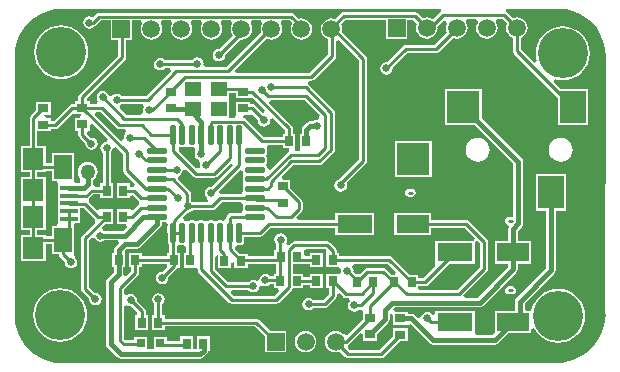
<source format=gtl>
%FSDAX24Y24*%
%MOIN*%
%SFA1B1*%

%IPPOS*%
%AMD19*
4,1,8,-0.005400,-0.034400,0.005400,-0.034400,0.010800,-0.029000,0.010800,0.029000,0.005400,0.034400,-0.005400,0.034400,-0.010800,0.029000,-0.010800,-0.029000,-0.005400,-0.034400,0.0*
1,1,0.010800,-0.005400,-0.029000*
1,1,0.010800,0.005400,-0.029000*
1,1,0.010800,0.005400,0.029000*
1,1,0.010800,-0.005400,0.029000*
%
%AMD20*
4,1,8,0.034400,-0.005400,0.034400,0.005400,0.029000,0.010800,-0.029000,0.010800,-0.034400,0.005400,-0.034400,-0.005400,-0.029000,-0.010800,0.029000,-0.010800,0.034400,-0.005400,0.0*
1,1,0.010800,0.029000,-0.005400*
1,1,0.010800,0.029000,0.005400*
1,1,0.010800,-0.029000,0.005400*
1,1,0.010800,-0.029000,-0.005400*
%
%ADD10R,0.035400X0.031500*%
%ADD11R,0.063900X0.082800*%
%ADD12R,0.063200X0.015700*%
%ADD13R,0.070900X0.074800*%
%ADD14R,0.110000X0.110000*%
%ADD15R,0.087000X0.110000*%
%ADD16R,0.118100X0.063000*%
%ADD17R,0.110200X0.063000*%
%ADD18R,0.031500X0.035400*%
G04~CAMADD=19~8~0.0~0.0~217.0~689.0~54.0~0.0~15~0.0~0.0~0.0~0.0~0~0.0~0.0~0.0~0.0~0~0.0~0.0~0.0~180.0~216.0~688.0*
%ADD19D19*%
G04~CAMADD=20~8~0.0~0.0~217.0~689.0~54.0~0.0~15~0.0~0.0~0.0~0.0~0~0.0~0.0~0.0~0.0~0~0.0~0.0~0.0~270.0~688.0~216.0*
%ADD20D20*%
%ADD21R,0.055100X0.047200*%
%ADD22R,0.027600X0.035400*%
%ADD23R,0.031500X0.031500*%
%ADD24C,0.010000*%
%ADD25C,0.015000*%
%ADD26C,0.166900*%
%ADD27C,0.059100*%
%ADD28R,0.059100X0.059100*%
%ADD29C,0.025000*%
%ADD30C,0.050000*%
%LNuda-1*%
%LPD*%
G36*
X007587Y006388D02*
D01*
X007596Y006344*
X007615Y006285*
X007596Y006226*
X007587Y006182*
Y006073*
X007596Y006029*
X007615Y005970*
X007596Y005911*
X007587Y005867*
Y005758*
X007593Y005730*
X007565Y005673*
X007532Y005630*
X006848*
X006843Y005629*
X006826Y005637*
X006792Y005734*
X007487Y006430*
X007587Y006388*
G37*
G36*
X007565Y005322D02*
X007593Y005265D01*
X007587Y005237*
Y005128*
X007593Y005100*
X007565Y005043*
X007532Y005000*
X007212*
X007162Y004990*
X007119Y004961*
X007064Y004906*
X007035Y004863*
X007025Y004813*
Y004808*
X006982Y004775*
X006925Y004747*
X006897Y004753*
X006788*
X006744Y004744*
X006685Y004725*
X006626Y004744*
X006582Y004753*
X006473*
X006429Y004744*
X006370Y004725*
X006311Y004744*
X006267Y004753*
X006158*
X006114Y004744*
X006076Y004719*
X006034*
X005996Y004744*
X005952Y004753*
X005843*
X005799Y004744*
X005761Y004719*
X005719*
X005681Y004744*
X005637Y004753*
X005632*
X005590Y004853*
X005752Y005015*
X005770Y005011*
X005850Y005027*
X005918Y005072*
X005928Y005087*
X006570*
X006621Y005098*
X006664Y005126*
X006902Y005365*
X007532*
X007565Y005322*
G37*
G36*
X002013Y008288D02*
D01*
X002206*
X002216Y008272*
X002163Y008172*
X002013*
Y007737*
X002117*
Y007610*
X002128Y007559*
X002156Y007516*
X002345Y007328*
X002341Y007310*
X002357Y007230*
X002402Y007162*
X002470Y007117*
X002550Y007101*
X002630Y007117*
X002698Y007162*
X002743Y007230*
X002759Y007310*
X002743Y007390*
X002698Y007458*
X002630Y007503*
X002550Y007519*
X002532Y007515*
X002411Y007637*
X002450Y007737*
X002487*
Y007950*
X002580Y007989*
X003102Y007466*
X003054Y007373*
X002974Y007358*
X002907Y007312*
X002861Y007244*
X002845Y007164*
X002861Y007084*
X002907Y007017*
X002922Y007006*
Y005987*
X002837*
Y005883*
X002679*
X002598Y005970*
Y006091*
X002655Y006135*
X002708Y006204*
X002742Y006284*
X002753Y006370*
X002742Y006456*
X002708Y006536*
X002655Y006605*
X002586Y006658*
X002506Y006692*
X002420Y006703*
X002334Y006692*
X002254Y006658*
X002185Y006605*
X002132Y006536*
X002098Y006456*
X002087Y006370*
X002098Y006284*
X002132Y006204*
X002185Y006135*
X002176Y006025*
X002146Y005990*
X002037*
X001979Y006066*
Y007014*
X001221*
Y006673*
X001032*
Y007229*
X000751*
Y007717*
X001187*
Y007802*
X001344*
X001395Y007812*
X001438Y007841*
X001913Y008315*
X002013Y008288*
G37*
G36*
X007221Y006643D02*
X007279Y006611D01*
X007278Y006596*
X006558Y005875*
X006540Y005879*
X006460Y005863*
X006392Y005818*
X006347Y005750*
X006331Y005670*
X006347Y005590*
X006392Y005522*
X006414Y005508*
X006446Y005393*
X006444Y005378*
X006425Y005353*
X005928*
X005918Y005368*
X005883Y005391*
Y005630*
X005872Y005681*
X005844Y005724*
X005430Y006137*
X005463Y006246*
X005470Y006247*
X005538Y006292*
X005583Y006360*
X005594Y006417*
X005661Y006450*
X005696Y006456*
X005936Y006216*
X005979Y006188*
X006030Y006177*
X006650*
X006701Y006188*
X006744Y006216*
X007171Y006644*
X007221Y006643*
G37*
G36*
X003597Y006971D02*
Y006440D01*
X003608Y006389*
X003636Y006346*
X004007Y005975*
X003962Y005886*
X003959Y005883*
X003823*
Y005987*
X003388*
Y005513*
X003823*
Y005574*
X003923Y005599*
X004119Y005404*
X004126Y005399*
X004131Y005381*
X004126Y005288*
X004109Y005276*
X003923Y005091*
X003823Y005117*
X003388*
Y004643*
X003688*
X003729Y004543*
X003595Y004408*
X002972*
X002936Y004433*
X002913Y004505*
X002909Y004547*
X003005Y004643*
X003272*
Y005117*
X002837*
X002737Y005101*
X002470Y005367*
X002473Y005475*
X002483Y005491*
X002609Y005617*
X002837*
Y005513*
X003272*
Y005987*
X003187*
Y007006*
X003202Y007017*
X003248Y007084*
X003263Y007164*
X003356Y007212*
X003597Y006971*
G37*
G36*
X001221Y006066D02*
X001413D01*
X001424Y005971*
Y005693*
Y005437*
Y005181*
Y004925*
Y004669*
X001413Y004574*
X001221*
Y004233*
X001032*
Y004279*
X000751*
Y004433*
X001032*
Y005301*
Y005339*
Y006207*
X000751*
Y006361*
X001032*
Y006407*
X001221*
Y006066*
G37*
G36*
X008627Y002503D02*
X008779D01*
X008818Y002410*
X008650Y002243*
X007285*
X007192Y002335*
X007231Y002427*
X007782*
X007792Y002412*
X007860Y002367*
X007940Y002351*
X008020Y002367*
X008088Y002412*
X008133Y002480*
X008144Y002533*
X008215Y002575*
X008246Y002583*
X008270Y002567*
X008350Y002551*
X008430Y002567*
X008498Y002612*
X008508Y002627*
X008627*
Y002503*
G37*
G36*
X015507Y003985D02*
Y003205D01*
X014735Y002433*
X013515*
X013423Y002453*
Y002557*
X013670*
X013721Y002568*
X013764Y002596*
X014482Y003315*
X015321*
Y004031*
X015416Y004077*
X015507Y003985*
G37*
G36*
X006760Y003584D02*
X006767Y003572D01*
Y003173*
X007202*
Y003323*
X007302Y003376*
X007318Y003366*
Y003173*
X007753*
Y003307*
X008647*
Y003293*
X008712*
Y002977*
X008627*
Y002893*
X008508*
X008498Y002908*
X008430Y002953*
X008350Y002969*
X008270Y002953*
X008202Y002908*
X008157Y002840*
X008146Y002787*
X008075Y002745*
X008044Y002737*
X008020Y002753*
X007940Y002769*
X007860Y002753*
X007792Y002708*
X007782Y002693*
X007089*
X006660Y003122*
Y003530*
X006751Y003587*
X006760Y003584*
G37*
G36*
X005061Y004661D02*
X005097Y004607D01*
Y004590*
X005078Y004561*
X005068Y004510*
Y004413*
X005078Y004362*
X005097Y004334*
Y004056*
X005106Y004011*
X005131Y003973*
X005135Y003971*
Y003657*
X005077*
Y003563*
X004223*
Y003667*
X003788*
Y003193*
X003873*
Y003061*
X003701Y002889*
X003609Y002938*
X003612Y002954*
Y003193*
X003672*
Y003667*
X003685Y003762*
X003735Y003812*
X004070*
X004130Y003824*
X004182Y003858*
X004858Y004534*
X004892Y004586*
X004904Y004646*
Y004697*
X005007*
X005061Y004661*
G37*
G36*
X012690Y003038D02*
X012653Y002943D01*
X012578Y002935*
X012373Y003139*
X012330Y003168*
X012279Y003178*
X011750*
X011699Y003168*
X011656Y003139*
X011498Y002981*
X011366*
X011285Y003062*
X011289Y003080*
X011273Y003160*
X011241Y003207*
X011266Y003280*
X011286Y003307*
X012420*
X012690Y003038*
G37*
G36*
X008927Y007173D02*
X009131D01*
X009141Y007073*
X009139Y007072*
X009096Y007044*
X008501Y006448*
X008401Y006490*
Y006497*
X008392Y006541*
X008373Y006600*
X008392Y006659*
X008401Y006703*
Y006812*
X008392Y006856*
X008373Y006915*
X008392Y006974*
X008401Y007018*
Y007126*
X008392Y007171*
X008388Y007177*
X008429Y007274*
X008432Y007277*
X008927*
Y007173*
G37*
G36*
X004262Y008633D02*
X004302Y008537D01*
X004277Y008500*
X004261Y008420*
X004270Y008373*
X004211Y008273*
X003705*
X003492Y008485*
X003517Y008602*
X003548Y008622*
X003558Y008637*
X004258*
X004262Y008633*
G37*
G36*
X007827Y008277D02*
D01*
X007927Y008276*
X008095Y008108*
X008091Y008090*
X008107Y008010*
X008152Y007942*
X008220Y007897*
X008300Y007881*
X008380Y007897*
X008448Y007942*
X008493Y008010*
X008509Y008090*
X008501Y008130*
X008593Y008179*
X008992Y007780*
Y007647*
X008927*
Y007543*
X008288*
X007688Y008142*
X007645Y008171*
X007615Y008177*
X007625Y008277*
X007827*
G37*
G36*
X003386Y007826D02*
X003429Y007798D01*
X003480Y007787*
X003678*
X003689Y007771*
X003682Y007648*
X003637Y007580*
X003621Y007500*
X003630Y007454*
X003538Y007405*
X002662Y008281*
X002701Y008373*
X002840*
X003386Y007826*
G37*
G36*
X018357Y011796D02*
X018598Y011739D01*
X018827Y011644*
X019039Y011514*
X019227Y011353*
X019388Y011165*
X019518Y010953*
X019613Y010724*
X019670Y010483*
X019690Y010236*
X019685Y001650*
X019688Y001646*
X019674Y001434*
X019632Y001222*
X019563Y001017*
X019467Y000823*
X019347Y000643*
X019204Y000481*
X019042Y000338*
X018862Y000218*
X018668Y000122*
X018463Y000053*
X018251Y000011*
X018035Y-000004*
X001575Y000000*
X001570Y-000004*
X001328Y000015*
X001087Y000072*
X000858Y000167*
X000646Y000297*
X000458Y000458*
X000297Y000646*
X000167Y000858*
X000072Y001087*
X000015Y001328*
X-000005Y001575*
X000000Y010236*
X-000004Y010241*
X000015Y010483*
X000072Y010724*
X000167Y010953*
X000297Y011165*
X000458Y011353*
X000646Y011514*
X000858Y011644*
X001087Y011739*
X001328Y011796*
X001570Y011816*
X001575Y011811*
X014202*
X014219Y011712*
X014176Y011684*
X013945Y011453*
X013909Y011480*
X013823Y011516*
X013730Y011528*
X013637Y011516*
X013591Y011497*
X013418Y011669*
X013375Y011698*
X013325Y011708*
X010955*
X010905Y011698*
X010862Y011669*
X010661Y011469*
X010643Y011476*
X010550Y011488*
X010457Y011476*
X010371Y011440*
X010297Y011383*
X010240Y011309*
X010204Y011223*
X010192Y011130*
X010204Y011037*
X010240Y010951*
X010297Y010877*
X010371Y010820*
X010437Y010792*
Y010285*
X009825Y009673*
X007371*
X007332Y009765*
X008382Y010815*
X008457Y010784*
X008550Y010772*
X008643Y010784*
X008729Y010820*
X008803Y010877*
X008860Y010951*
X008896Y011037*
X008908Y011130*
X008896Y011223*
X008860Y011309*
X008854Y011317*
X008903Y011417*
X009155*
X009250Y011323*
X009240Y011309*
X009204Y011223*
X009192Y011130*
X009204Y011037*
X009240Y010951*
X009297Y010877*
X009371Y010820*
X009457Y010784*
X009550Y010772*
X009643Y010784*
X009729Y010820*
X009803Y010877*
X009860Y010951*
X009896Y011037*
X009908Y011130*
X009896Y011223*
X009860Y011309*
X009803Y011383*
X009729Y011440*
X009643Y011476*
X009550Y011488*
X009470Y011478*
X009304Y011644*
X009261Y011672*
X009210Y011683*
X002810*
X002759Y011672*
X002716Y011644*
X002592Y011519*
X002564Y011537*
X002484Y011553*
X002404Y011537*
X002336Y011492*
X002291Y011424*
X002275Y011344*
X002291Y011264*
X002336Y011196*
X002404Y011151*
X002484Y011135*
X002564Y011151*
X002632Y011196*
X002648Y011220*
X002655Y011222*
X002698Y011251*
X002865Y011417*
X003195*
Y010775*
X003437*
Y010245*
X002156Y008964*
X002128Y008921*
X002117Y008870*
Y008723*
X002013*
Y008638*
X001916*
X001865Y008628*
X001822Y008599*
X001289Y008067*
X001187*
Y008152*
X001037*
X000984Y008252*
X000994Y008268*
X001187*
Y008703*
X000713*
Y008436*
X000524Y008247*
X000496Y008204*
X000486Y008154*
Y007229*
X000204*
Y006361*
X000486*
Y006207*
X000204*
Y005339*
Y005301*
Y004433*
X000486*
Y004279*
X000204*
Y003411*
X001032*
Y003967*
X001221*
Y003626*
X001468*
X001478Y003579*
X001506Y003536*
X001665Y003378*
X001661Y003360*
X001677Y003280*
X001722Y003212*
X001790Y003167*
X001870Y003151*
X001950Y003167*
X002018Y003212*
X002063Y003280*
X002079Y003360*
X002063Y003440*
X002018Y003508*
X001986Y003529*
X001979Y003626*
Y004574*
X001990Y004669*
X002176*
Y004925*
Y005177*
X002285*
X002676Y004786*
X002662Y004675*
X002236Y004249*
X002208Y004206*
X002197Y004156*
Y002480*
X002208Y002429*
X002236Y002386*
X002475Y002148*
X002471Y002130*
X002487Y002050*
X002532Y001982*
X002600Y001937*
X002680Y001921*
X002760Y001937*
X002828Y001982*
X002873Y002050*
X002889Y002130*
X002873Y002210*
X002828Y002278*
X002760Y002323*
X002680Y002339*
X002662Y002335*
X002463Y002535*
Y004101*
X002543Y004181*
X002585Y004177*
X002657Y004154*
X002692Y004102*
X002760Y004057*
X002840Y004041*
X002920Y004057*
X002972Y004092*
X003427*
X003468Y003992*
X003343Y003866*
X003308Y003815*
X003296Y003754*
Y003667*
X003237*
Y003193*
X003296*
Y003020*
X003078Y002802*
X003044Y002750*
X003032Y002690*
Y000630*
X003044Y000570*
X003078Y000518*
X003408Y000188*
X003460Y000154*
X003520Y000142*
X006170*
X006230Y000154*
X006282Y000188*
X006397Y000304*
X006432Y000355*
X006443Y000413*
X006493*
Y000887*
X006058*
Y000458*
X005942*
Y000887*
X005507*
Y000733*
X005057*
Y000877*
X004623*
Y000458*
X004408*
Y000877*
X003973*
Y000773*
X003675*
X003643Y000805*
Y001888*
X003647Y001892*
X003743Y001932*
X003780Y001907*
X003860Y001891*
X003878Y001895*
X004085Y001687*
X004076Y001587*
X004007*
Y001113*
X004442*
Y001587*
X004357*
Y001736*
X004347Y001786*
X004318Y001829*
X004065Y002082*
X004069Y002100*
X004053Y002180*
X004008Y002248*
X003940Y002293*
X003860Y002309*
X003780Y002293*
X003743Y002268*
X003647Y002308*
X003643Y002312*
Y002455*
X004099Y002912*
X004128Y002955*
X004138Y003006*
Y003193*
X004223*
Y003297*
X005077*
Y003194*
X004928Y003045*
X004910Y003049*
X004830Y003033*
X004762Y002988*
X004717Y002920*
X004701Y002840*
X004717Y002760*
X004762Y002692*
X004830Y002647*
X004910Y002631*
X004990Y002647*
X005058Y002692*
X005103Y002760*
X005119Y002840*
X005115Y002858*
X005388Y003131*
X005417Y003174*
X005419Y003183*
X005512*
Y003657*
X005400*
Y003884*
X005443Y003917*
X005500Y003945*
X005528Y003939*
X005637*
X005713Y003858*
Y003657*
X005628*
Y003183*
X006063*
X006087Y003093*
X006090Y003077*
X006119Y003034*
X007136Y002016*
X007179Y001988*
X007230Y001977*
X008705*
X008755Y001988*
X008798Y002016*
X009222Y002440*
X009251Y002483*
X009255Y002503*
X009613*
Y002607*
X009827*
Y002503*
X010262*
Y002977*
X009827*
Y002873*
X009613*
Y002977*
X009284*
X009264Y003077*
X009271Y003087*
X009281Y003138*
Y003293*
X009633*
Y003307*
X009827*
Y003203*
X010262*
Y003677*
X009827*
Y003573*
X009704*
X009633Y003643*
Y003767*
X009725Y003787*
X010355*
X010369Y003773*
X010378Y003677*
Y003203*
X010791*
X010866Y003130*
X010863Y003039*
X010791Y002977*
X010378*
Y002503*
X010463*
Y002290*
X010265Y002093*
X009948*
X009938Y002108*
X009870Y002153*
X009790Y002169*
X009710Y002153*
X009642Y002108*
X009597Y002040*
X009581Y001960*
X009597Y001880*
X009642Y001812*
X009710Y001767*
X009790Y001751*
X009870Y001767*
X009938Y001812*
X009948Y001827*
X010320*
X010371Y001838*
X010414Y001866*
X010689Y002142*
X010718Y002185*
X010728Y002236*
Y002289*
X010821Y002328*
X010942Y002206*
X010985Y002178*
X011036Y002167*
X011131*
X011162Y002068*
X011117Y002000*
X011101Y001920*
X011117Y001840*
X011162Y001772*
X011230Y001727*
X011310Y001711*
X011390Y001727*
X011458Y001772*
X011556Y001757*
X011603Y001708*
Y001466*
X011081Y000944*
X010950Y000955*
X010943Y000963*
X010869Y001020*
X010783Y001056*
X010690Y001068*
X010597Y001056*
X010511Y001020*
X010437Y000963*
X010380Y000889*
X010344Y000803*
X010332Y000710*
X010344Y000617*
X010380Y000531*
X010437Y000457*
X010511Y000400*
X010597Y000364*
X010690Y000352*
X010783Y000364*
X010829Y000383*
X011016Y000196*
X011059Y000168*
X011110Y000157*
X012206*
X012256Y000168*
X012299Y000196*
X012820Y000717*
X013087*
Y001152*
X012613*
Y000885*
X012151Y000423*
X011165*
X011099Y000488*
X011096Y000510*
X011119Y000610*
X011128Y000616*
X011510Y000999*
X011603Y000960*
Y000747*
X012077*
Y000978*
X012442Y001343*
X012476Y001394*
X012488Y001454*
Y001636*
X012513Y001650*
X012583Y001620*
X012613Y001592*
Y001268*
X013087*
X013187Y001289*
X013818Y000658*
X013870Y000624*
X013930Y000612*
X015999*
X016060Y000624*
X016111Y000658*
X016448Y000995*
X017210*
Y001149*
X017310Y001174*
X017363Y001076*
X017475Y000939*
X017611Y000828*
X017766Y000745*
X017935Y000693*
X018110Y000676*
X018286Y000693*
X018454Y000745*
X018609Y000828*
X018746Y000939*
X018857Y001076*
X018940Y001231*
X018992Y001400*
X019009Y001575*
X018992Y001750*
X018940Y001919*
X018857Y002074*
X018746Y002210*
X018609Y002322*
X018454Y002405*
X018286Y002456*
X018110Y002473*
X017935Y002456*
X017766Y002405*
X017611Y002322*
X017475Y002210*
X017363Y002074*
X017280Y001919*
X017252Y001828*
X017212Y001749*
X017137Y001745*
X017058*
X016987Y001816*
Y001984*
X017982Y002978*
X018016Y003030*
X018028Y003090*
Y005080*
X018365*
Y006300*
X017375*
Y005080*
X017712*
Y003155*
X016717Y002161*
X016683Y002110*
X016671Y002049*
Y001745*
X015988*
Y000995*
X015916Y000928*
X015393*
X015321Y000995*
Y001028*
Y001745*
X014019*
Y001619*
X013919Y001600*
X013888Y001648*
X013820Y001693*
X013740Y001709*
X013660Y001693*
X013592Y001648*
X013547Y001580*
X013537Y001528*
X013458Y001492*
X013435Y001489*
X013326Y001597*
X013275Y001632*
X013214Y001644*
X013087*
Y001703*
X012709*
X012662*
X012613Y001793*
X012659Y001852*
X015490*
X015550Y001864*
X015602Y001898*
X016711Y003007*
X016745Y003059*
X016757Y003119*
Y003315*
X017210*
Y004065*
X016757*
Y004414*
X016887Y004543*
X016921Y004595*
X016933Y004655*
Y006705*
X016921Y006765*
X016887Y006817*
X015560Y008144*
Y009140*
X014340*
Y007920*
X015337*
X016617Y006640*
Y004911*
X016570Y004873*
X016470*
X016419Y004862*
X016376Y004834*
X016348Y004791*
X016337Y004740*
X016348Y004689*
X016376Y004646*
X016395Y004633*
X016453Y004540*
X016441Y004479*
Y004065*
X015988*
Y003315*
X016441*
Y003185*
X015425Y002168*
X014987*
X014945Y002268*
X015734Y003056*
X015762Y003099*
X015773Y003150*
Y004040*
X015762Y004091*
X015734Y004134*
X015144Y004724*
X015101Y004752*
X015050Y004763*
X013870*
Y005005*
X012648*
Y004255*
X013870*
Y004497*
X014995*
X015333Y004160*
X015286Y004065*
X014019*
Y003315*
X014010Y003218*
X013615Y002823*
X013423*
Y002927*
X013176*
X012569Y003534*
X012526Y003562*
X012475Y003573*
X010813*
Y003677*
X010728*
Y003734*
X010718Y003785*
X010689Y003828*
X010504Y004014*
X010461Y004042*
X010410Y004053*
X009315*
X009265Y004042*
X009222Y004014*
X009140Y003932*
X009139*
X009031Y003965*
X009026Y003990*
X009053Y004030*
X009069Y004110*
X009053Y004190*
X009008Y004258*
X008940Y004303*
X008860Y004319*
X008780Y004303*
X008712Y004258*
X008667Y004190*
X008651Y004110*
X008667Y004030*
X008712Y003963*
Y003767*
X008647*
Y003573*
X007753*
Y003647*
X007486*
X007333Y003800*
Y003872*
X007413Y003940*
X007418Y003939*
X007526*
X007571Y003948*
X007609Y003973*
X007634Y004011*
X007643Y004056*
Y004213*
X008180*
X008231Y004224*
X008274Y004252*
X008519Y004497*
X010679*
Y004255*
X011981*
Y005005*
X010679*
Y004763*
X009421*
X009380Y004863*
X009554Y005036*
X009582Y005079*
X009593Y005130*
Y005356*
X009582Y005406*
X009554Y005449*
X009157Y005846*
Y006113*
X008926*
X008887Y006205*
X009269Y006587*
X010150*
X010201Y006598*
X010244Y006626*
X010634Y007016*
X010662Y007059*
X010673Y007110*
Y008350*
X010662Y008401*
X010634Y008444*
X009784Y009294*
X009763Y009307*
X009787Y009407*
X009880*
X009931Y009418*
X009974Y009446*
X010664Y010136*
X010692Y010179*
X010703Y010230*
Y010729*
X010803Y010770*
X011477Y010095*
Y006805*
X010787Y006115*
X010780Y006113*
X010712Y006068*
X010667Y006000*
X010651Y005920*
X010667Y005840*
X010712Y005772*
X010780Y005727*
X010860Y005711*
X010940Y005727*
X011008Y005772*
X011053Y005840*
X011069Y005920*
X011053Y006000*
X011051Y006003*
X011704Y006656*
X011732Y006699*
X011743Y006750*
Y010150*
X011732Y010201*
X011704Y010244*
X010898Y011050*
X010908Y011130*
X010896Y011223*
X010865Y011298*
X011010Y011443*
X012375*
Y010815*
X013085*
Y011443*
X013270*
X013403Y011309*
X013384Y011263*
X013372Y011170*
X013384Y011077*
X013420Y010991*
X013477Y010917*
X013551Y010860*
X013637Y010824*
X013730Y010812*
X013823Y010824*
X013909Y010860*
X013983Y010917*
X014040Y010991*
X014076Y011077*
X014088Y011170*
X014082Y011215*
X014287Y011419*
X014342Y011412*
X014356Y011401*
X014403Y011309*
X014384Y011263*
X014372Y011170*
X014384Y011077*
X014403Y011031*
X013975Y010603*
X013030*
X012979Y010592*
X012936Y010564*
X012398Y010025*
X012380Y010029*
X012300Y010013*
X012232Y009968*
X012187Y009900*
X012171Y009820*
X012187Y009740*
X012232Y009672*
X012300Y009627*
X012380Y009611*
X012460Y009627*
X012528Y009672*
X012573Y009740*
X012589Y009820*
X012585Y009838*
X013085Y010337*
X014030*
X014081Y010348*
X014124Y010376*
X014591Y010843*
X014637Y010824*
X014730Y010812*
X014823Y010824*
X014909Y010860*
X014983Y010917*
X015040Y010991*
X015076Y011077*
X015088Y011170*
X015076Y011263*
X015040Y011349*
X015034Y011357*
X015083Y011457*
X015377*
X015426Y011357*
X015420Y011349*
X015384Y011263*
X015372Y011170*
X015384Y011077*
X015420Y010991*
X015477Y010917*
X015551Y010860*
X015637Y010824*
X015730Y010812*
X015823Y010824*
X015909Y010860*
X015983Y010917*
X016040Y010991*
X016076Y011077*
X016088Y011170*
X016076Y011263*
X016040Y011349*
X016034Y011357*
X016083Y011457*
X016255*
X016403Y011309*
X016384Y011263*
X016372Y011170*
X016384Y011077*
X016420Y010991*
X016477Y010917*
X016551Y010860*
X016597Y010840*
Y010410*
X016608Y010359*
X016636Y010316*
X018115Y008838*
Y007920*
X019105*
Y009140*
X018187*
X017953Y009374*
X018006Y009462*
X018085Y009439*
X018260Y009421*
X018435Y009439*
X018604Y009490*
X018759Y009573*
X018895Y009685*
X019007Y009821*
X019090Y009976*
X019141Y010145*
X019159Y010320*
X019141Y010495*
X019090Y010664*
X019007Y010819*
X018895Y010955*
X018759Y011067*
X018604Y011150*
X018435Y011201*
X018260Y011219*
X018085Y011201*
X017916Y011150*
X017761Y011067*
X017625Y010955*
X017513Y010819*
X017430Y010664*
X017379Y010495*
X017361Y010320*
X017379Y010145*
X017402Y010066*
X017314Y010013*
X016863Y010465*
Y010840*
X016909Y010860*
X016983Y010917*
X017040Y010991*
X017076Y011077*
X017088Y011170*
X017076Y011263*
X017040Y011349*
X016983Y011423*
X016909Y011480*
X016823Y011516*
X016730Y011528*
X016637Y011516*
X016591Y011497*
X016404Y011684*
X016361Y011712*
X016378Y011811*
X018110*
X018115Y011816*
X018357Y011796*
G37*
G36*
X008246Y011317D02*
X008240Y011309D01*
X008204Y011223*
X008192Y011130*
X008204Y011037*
X008211Y011019*
X007045Y009853*
X006352*
X006284Y009953*
X006289Y009980*
X006273Y010060*
X006228Y010128*
X006160Y010173*
X006080Y010189*
X006000Y010173*
X005932Y010128*
X005922Y010113*
X004981*
X004920Y010153*
X004840Y010169*
X004760Y010153*
X004692Y010108*
X004647Y010040*
X004631Y009960*
X004647Y009880*
X004692Y009812*
X004760Y009767*
X004840Y009751*
X004920Y009767*
X004988Y009812*
X005011Y009847*
X005173*
X005214Y009747*
X004369Y008903*
X003558*
X003548Y008918*
X003480Y008963*
X003400Y008979*
X003320Y008963*
X003252Y008918*
X003235Y008892*
X003129Y008913*
X003123Y008940*
X003078Y009008*
X003010Y009053*
X002930Y009069*
X002850Y009053*
X002782Y009008*
X002737Y008940*
X002721Y008860*
X002737Y008780*
X002765Y008738*
X002732Y008652*
X002721Y008638*
X002487*
Y008723*
X002402*
X002391Y008823*
X003664Y010096*
X003692Y010139*
X003703Y010190*
Y010775*
X003905*
Y011417*
X004197*
X004246Y011317*
X004240Y011309*
X004204Y011223*
X004192Y011130*
X004204Y011037*
X004240Y010951*
X004297Y010877*
X004371Y010820*
X004457Y010784*
X004550Y010772*
X004643Y010784*
X004729Y010820*
X004803Y010877*
X004860Y010951*
X004896Y011037*
X004908Y011130*
X004896Y011223*
X004860Y011309*
X004854Y011317*
X004903Y011417*
X005197*
X005246Y011317*
X005240Y011309*
X005204Y011223*
X005192Y011130*
X005204Y011037*
X005240Y010951*
X005297Y010877*
X005371Y010820*
X005457Y010784*
X005550Y010772*
X005643Y010784*
X005729Y010820*
X005803Y010877*
X005860Y010951*
X005896Y011037*
X005908Y011130*
X005896Y011223*
X005860Y011309*
X005854Y011317*
X005903Y011417*
X006197*
X006246Y011317*
X006240Y011309*
X006204Y011223*
X006192Y011130*
X006204Y011037*
X006240Y010951*
X006297Y010877*
X006371Y010820*
X006457Y010784*
X006550Y010772*
X006643Y010784*
X006729Y010820*
X006803Y010877*
X006860Y010951*
X006896Y011037*
X006908Y011130*
X006896Y011223*
X006860Y011309*
X006854Y011317*
X006903Y011417*
X007197*
X007246Y011317*
X007240Y011309*
X007204Y011223*
X007192Y011130*
X007204Y011037*
X007240Y010951*
X007267Y010915*
X006818Y010465*
X006800Y010469*
X006720Y010453*
X006652Y010408*
X006607Y010340*
X006591Y010260*
X006607Y010180*
X006652Y010112*
X006720Y010067*
X006800Y010051*
X006880Y010067*
X006948Y010112*
X006993Y010180*
X007009Y010260*
X007005Y010278*
X007505Y010778*
X007550Y010772*
X007643Y010784*
X007729Y010820*
X007803Y010877*
X007860Y010951*
X007896Y011037*
X007908Y011130*
X007896Y011223*
X007860Y011309*
X007854Y011317*
X007903Y011417*
X008197*
X008246Y011317*
G37*
G36*
X007353Y008828D02*
X007827D01*
X007927Y008845*
X008337Y008435*
X008300Y008331*
X008251Y008327*
X007989Y008588*
X007946Y008617*
X007896Y008627*
X007827*
Y008712*
X007353*
Y008281*
Y008277*
X007343Y008181*
X007126*
Y008747*
Y008824*
Y008987*
X007353*
Y008828*
G37*
G36*
X010155Y008258D02*
X010148Y008175D01*
X010060Y008109*
X009980Y008093*
X009928Y008058*
X009840*
X009780Y008046*
X009728Y008012*
X009604Y007887*
X009569Y007836*
X009557Y007775*
Y007647*
X009517*
Y007173*
X009494Y007083*
X009346*
X009323Y007173*
Y007647*
X009257*
Y007835*
X009247Y007886*
X009218Y007929*
X008480Y008667*
X008521Y008767*
X009645*
X010155Y008258*
G37*
G36*
X005799Y007196D02*
X005843Y007187D01*
X005952*
X005954Y007188*
X005991Y007165*
X006018Y007042*
X006017Y007040*
X006001Y006960*
X006017Y006880*
X006062Y006812*
X006130Y006767*
X006177Y006680*
X006161Y006600*
X006172Y006543*
X006156Y006513*
X006058Y006490*
X006030Y006498*
X005469Y007059*
X005460Y007094*
X005484Y007185*
X005500Y007193*
X005528Y007187*
X005637*
X005681Y007196*
X005740Y007215*
X005799Y007196*
G37*
%LNuda-2*%
%LPC*%
G36*
X001510Y002499D02*
X001335Y002481D01*
X001166Y002430*
X001011Y002347*
X000875Y002235*
X000763Y002099*
X000680Y001944*
X000629Y001775*
X000611Y001600*
X000629Y001425*
X000680Y001256*
X000763Y001101*
X000875Y000965*
X001011Y000853*
X001166Y000770*
X001335Y000719*
X001510Y000701*
X001685Y000719*
X001854Y000770*
X002009Y000853*
X002145Y000965*
X002257Y001101*
X002340Y001256*
X002391Y001425*
X002409Y001600*
X002391Y001775*
X002340Y001944*
X002257Y002099*
X002145Y002235*
X002009Y002347*
X001854Y002430*
X001685Y002481*
X001510Y002499*
G37*
G36*
X016570Y002553D02*
X016470D01*
X016419Y002542*
X016376Y002514*
X016348Y002471*
X016337Y002420*
X016348Y002369*
X016376Y002326*
X016419Y002298*
X016470Y002287*
X016570*
X016621Y002298*
X016664Y002326*
X016692Y002369*
X016703Y002420*
X016692Y002471*
X016664Y002514*
X016621Y002542*
X016570Y002553*
G37*
G36*
X009690Y001068D02*
X009597Y001056D01*
X009511Y001020*
X009437Y000963*
X009380Y000889*
X009344Y000803*
X009332Y000710*
X009344Y000617*
X009380Y000531*
X009437Y000457*
X009511Y000400*
X009597Y000364*
X009690Y000352*
X009783Y000364*
X009869Y000400*
X009943Y000457*
X010000Y000531*
X010036Y000617*
X010048Y000710*
X010036Y000803*
X010000Y000889*
X009943Y000963*
X009869Y001020*
X009783Y001056*
X009690Y001068*
G37*
G36*
X004780Y002329D02*
X004700Y002313D01*
X004632Y002268*
X004587Y002200*
X004571Y002120*
X004587Y002040*
X004632Y001972*
X004647Y001962*
Y001587*
X004558*
Y001113*
X004993*
Y001217*
X007995*
X008335Y000878*
Y000355*
X009045*
Y001065*
X008522*
X008144Y001444*
X008101Y001472*
X008050Y001483*
X004993*
Y001587*
X004913*
Y001962*
X004928Y001972*
X004973Y002040*
X004989Y002120*
X004973Y002200*
X004928Y002268*
X004860Y002313*
X004780Y002329*
G37*
G36*
X013890Y007410D02*
X012670D01*
Y006190*
X013890*
Y007410*
G37*
G36*
X018190Y007508D02*
X018087Y007495D01*
X017991Y007455*
X017908Y007392*
X017845Y007309*
X017805Y007213*
X017792Y007110*
X017805Y007007*
X017845Y006911*
X017908Y006828*
X017991Y006765*
X018087Y006725*
X018190Y006712*
X018293Y006725*
X018389Y006765*
X018472Y006828*
X018535Y006911*
X018575Y007007*
X018588Y007110*
X018575Y007213*
X018535Y007309*
X018472Y007392*
X018389Y007455*
X018293Y007495*
X018190Y007508*
G37*
G36*
X013230Y005813D02*
X013130D01*
X013079Y005802*
X013036Y005774*
X013008Y005731*
X012997Y005680*
X013008Y005629*
X013036Y005586*
X013079Y005558*
X013130Y005547*
X013230*
X013281Y005558*
X013324Y005586*
X013352Y005629*
X013363Y005680*
X013352Y005731*
X013324Y005774*
X013281Y005802*
X013230Y005813*
G37*
G36*
X015430Y007508D02*
X015327Y007495D01*
X015231Y007455*
X015148Y007392*
X015085Y007309*
X015045Y007213*
X015032Y007110*
X015045Y007007*
X015085Y006911*
X015148Y006828*
X015231Y006765*
X015327Y006725*
X015430Y006712*
X015533Y006725*
X015629Y006765*
X015712Y006828*
X015775Y006911*
X015815Y007007*
X015828Y007110*
X015815Y007213*
X015775Y007309*
X015712Y007392*
X015629Y007455*
X015533Y007495*
X015430Y007508*
G37*
G36*
X001540Y011259D02*
X001365Y011241D01*
X001196Y011190*
X001041Y011107*
X000905Y010995*
X000793Y010859*
X000710Y010704*
X000659Y010535*
X000641Y010360*
X000659Y010185*
X000710Y010016*
X000793Y009861*
X000905Y009725*
X001041Y009613*
X001196Y009530*
X001365Y009479*
X001540Y009461*
X001715Y009479*
X001884Y009530*
X002039Y009613*
X002175Y009725*
X002287Y009861*
X002370Y010016*
X002421Y010185*
X002439Y010360*
X002421Y010535*
X002370Y010704*
X002287Y010859*
X002175Y010995*
X002039Y011107*
X001884Y011190*
X001715Y011241*
X001540Y011259*
G37*
%LNuda-3*%
%LPD*%
G54D10*
X008920Y005896D03*
Y005344D03*
X011840Y000964D03*
Y001516D03*
X012850Y001486D03*
Y000934D03*
X000950Y007934D03*
Y008486D03*
X005190Y009046D03*
Y008494D03*
X007590D03*
Y009046D03*
X002250Y007954D03*
Y008506D03*
G54D11*
X001600Y004100D03*
Y006540D03*
G54D12*
X001800Y004808D03*
Y005064D03*
Y005320D03*
Y005576D03*
Y005832D03*
G54D13*
X000618Y003845D03*
Y006795D03*
Y005773D03*
Y004867D03*
G54D14*
X014950Y008530D03*
X013280Y006800D03*
G54D15*
X018610Y008530D03*
X017870Y005690D03*
G54D16*
X014670Y001370D03*
Y003690D03*
X011330Y004630D03*
G54D17*
X016599Y001370D03*
Y003690D03*
X013259Y004630D03*
G54D18*
X009396Y002740D03*
X008844D03*
X010596D03*
X010044D03*
X009416Y003530D03*
X008864D03*
X010596Y003440D03*
X010044D03*
X005294Y003420D03*
X005846D03*
X011394Y002690D03*
X011946D03*
X006984Y003410D03*
X007536D03*
X004776Y001350D03*
X004224D03*
X003606Y005750D03*
X003054D03*
X003606Y004880D03*
X003054D03*
X003454Y003430D03*
X004006D03*
X005724Y000650D03*
X006276D03*
G54D19*
X007472Y004346D03*
X007157D03*
X006842D03*
X006527D03*
X006213D03*
X005898D03*
X005583D03*
X005268D03*
Y007594D03*
X005583D03*
X005898D03*
X006213D03*
X006527D03*
X006842D03*
X007157D03*
X007472D03*
G54D20*
X004746Y004868D03*
Y005183D03*
Y005498D03*
Y005813D03*
Y006127D03*
Y006442D03*
Y006757D03*
Y007072D03*
X007994D03*
Y006757D03*
Y006442D03*
Y006127D03*
Y005813D03*
Y005498D03*
Y005183D03*
Y004868D03*
G54D21*
X005924Y008451D03*
X006790D03*
X005924Y009120D03*
X006790D03*
G54D22*
X009715Y007410D03*
X009125D03*
X012635Y002690D03*
X013225D03*
G54D23*
X004840Y000660D03*
X004190D03*
G54D24*
X009210Y011550D02*
X009570Y011190D01*
X002810Y011550D02*
X009210D01*
X002604Y011344D02*
X002810Y011550D01*
X016310Y011590D02*
X016730Y011170D01*
X014270Y011590D02*
X016310D01*
X013850Y011170D02*
X014270Y011590D01*
X004920Y000600D02*
X005734D01*
X003620Y000640D02*
X004070D01*
X003510Y000750D02*
X003620Y000640D01*
X009148Y003138D02*
Y003753D01*
X009128Y003118D02*
X009148Y003138D01*
X009128Y002534D02*
Y003118D01*
X008220Y009101D02*
X008421Y008900D01*
X005770Y005220D02*
X006570D01*
X007914Y009046D02*
X009125Y007835D01*
X007594Y008049D02*
X008233Y007410D01*
X006571Y008049D02*
X007594D01*
X006527Y003067D02*
Y004346D01*
X008550Y009190D02*
X008560Y009200D01*
X005676Y009540D02*
X009880D01*
X006030Y006310D02*
X006650D01*
X005268Y007072D02*
X006030Y006310D01*
X005388Y006442D02*
X005390Y006440D01*
X004910Y002840D02*
X005294Y003224D01*
X005107Y005813D02*
X005430Y005490D01*
X006570Y005220D02*
X006848Y005498D01*
X005750Y005200D02*
X005770Y005220D01*
X007230Y002110D02*
X008705D01*
X007157Y006817D02*
Y007594D01*
X006650Y006310D02*
X007157Y006817D01*
X006842Y007072D02*
Y007594D01*
X006370Y006600D02*
X006842Y007072D01*
X007896Y008494D02*
X008300Y008090D01*
X006800Y010260D02*
X007570Y011030D01*
X006540Y005670D02*
X007472Y006602D01*
X008421Y008900D02*
X009700D01*
X004860Y009980D02*
X006080D01*
X009215Y006720D02*
X010150D01*
X008464Y004630D02*
X011330D01*
X010410Y003920D02*
X010596Y003734D01*
X009315Y003920D02*
X010410D01*
X008844Y004094D02*
X008860Y004110D01*
X010860Y005920D02*
Y006000D01*
X010596Y003440D02*
X012475D01*
X010150Y006720D02*
X010540Y007110D01*
X010860Y006000D02*
X011610Y006750D01*
Y010150*
X010540Y007110D02*
Y008350D01*
X009690Y009200D02*
X010540Y008350D01*
X010322Y007172D02*
Y008278D01*
X009700Y008900D02*
X010322Y008278D01*
X008560Y009200D02*
X009690D01*
X010100Y006950D02*
X010322Y007172D01*
X010596Y003440D02*
Y003734D01*
X009148Y003753D02*
X009315Y003920D01*
X008705Y002110D02*
X009128Y002534D01*
X008540Y006045D02*
X009215Y006720D01*
X008540Y005920D02*
Y006045D01*
X009190Y006950D02*
X010100D01*
X008367Y006127D02*
X009190Y006950D01*
X007994Y006127D02*
X008367D01*
X008433Y005813D02*
X008540Y005920D01*
X007994Y005813D02*
X008433D01*
X004357D02*
X004746D01*
X003730Y006440D02*
X004357Y005813D01*
X003730Y006440D02*
Y007026D01*
X001800Y005576D02*
X002380D01*
X002554Y005750D02*
X003054D01*
X002380Y005576D02*
X002554Y005750D01*
X008844Y003440D02*
Y004094D01*
X006848Y005498D02*
X007994D01*
X005750Y005200D02*
Y005630D01*
X008824Y005440D02*
X008920Y005344D01*
X008052Y005440D02*
X008824D01*
X007994Y005498D02*
X008052Y005440D01*
X008417Y005183D02*
X008730Y004870D01*
X007994Y005183D02*
X008417D01*
X008730Y004870D02*
X009200D01*
X010570Y011190D02*
X011610Y010150D01*
X004840Y009960D02*
X004860Y009980D01*
X004470Y008420D02*
X004564D01*
X005190Y009046*
X007590Y008494D02*
X007896D01*
X001600Y003630D02*
Y004100D01*
Y003630D02*
X001870Y003360D01*
X005294Y003224D02*
Y003420D01*
X008824Y002760D02*
X008844Y002740D01*
X008350Y002760D02*
X008824D01*
X011080Y003080D02*
X011394Y002766D01*
Y002690D02*
Y002766D01*
X013870Y001370D02*
X014670D01*
X013740Y001500D02*
X013870Y001370D01*
X011310Y001920D02*
X011520D01*
X011946Y002346*
Y002690*
X002484Y011344D02*
X002604D01*
X014030Y010470D02*
X014730Y011170D01*
X013030Y010470D02*
X014030D01*
X012380Y009820D02*
X013030Y010470D01*
X007472Y006602D02*
Y007594D01*
X007590Y009046D02*
X007914D01*
X005268Y007072D02*
Y007594D01*
X002250Y007610D02*
Y007954D01*
Y007610D02*
X002550Y007310D01*
X002930Y008860D02*
X003650Y008140D01*
X005410*
X002250Y008506D02*
X002894D01*
X003480Y007920*
X004220*
X004546Y007594*
X005268*
X004318Y007500D02*
X004746Y007072D01*
X003830Y007500D02*
X004318D01*
X005410Y008140D02*
X005583Y007967D01*
Y007594D02*
Y007967D01*
X004140Y006980D02*
X004363Y006757D01*
X004746*
Y006442D02*
X005388D01*
X004776Y001350D02*
X008050D01*
X004780Y001354D02*
Y002120D01*
X004746Y005813D02*
X005107D01*
X005268Y004346D02*
X005583D01*
X005200Y004413D02*
Y004510D01*
X005300Y004610*
Y004750*
X005750Y005200*
X005253Y006127D02*
X005750Y005630D01*
X004746Y006127D02*
X005253D01*
X010570Y011190D02*
X010955Y011575D01*
X013325*
X013730Y011170*
X007100Y009720D02*
X008570Y011190D01*
X005374Y009720D02*
X007100D01*
X004424Y008770D02*
X005374Y009720D01*
X003400Y008770D02*
X004424D01*
X003054Y005750D02*
Y007164D01*
X004224Y001350D02*
Y001736D01*
X003860Y002100D02*
X004224Y001736D01*
X002330Y002480D02*
X002680Y002130D01*
X002330Y002480D02*
Y004156D01*
X003054Y004880*
X002770D02*
X003054D01*
Y004825D02*
Y004844D01*
Y004880*
X016470Y002420D02*
X016570D01*
X016470Y004740D02*
X016570D01*
X013130Y005680D02*
X013230D01*
X002340Y005310D02*
X002770Y004880D01*
X001810Y005310D02*
X002340D01*
X001800Y005320D02*
X001810Y005310D01*
X003606Y005750D02*
X003960D01*
X004212Y005498*
X004746*
X003606Y004880D02*
X003900D01*
X004203Y005183*
X004746*
X005846Y003420D02*
Y004294D01*
X005268Y003447D02*
Y004346D01*
X004006Y003430D02*
X005284D01*
X006984Y003410D02*
Y003636D01*
X006842Y003778D02*
X006984Y003636D01*
X006842Y003778D02*
Y004346D01*
X007157Y003788D02*
Y004346D01*
X003510Y002510D02*
X004006Y003006D01*
Y003430*
X003510Y000750D02*
Y002510D01*
X008050Y001350D02*
X008690Y000710D01*
X010690D02*
X011034D01*
X011840Y001516*
X016730Y010410D02*
X018610Y008530D01*
X016730Y010410D02*
Y011170D01*
X006790Y009120D02*
X007516D01*
X008233Y007410D02*
X009125D01*
X006527Y008005D02*
X006571Y008049D01*
X006527Y007594D02*
Y008005D01*
X010570Y010230D02*
Y011190D01*
X009125Y007410D02*
Y007835D01*
X005190Y009046D02*
Y009054D01*
X005676Y009540*
X009880D02*
X010570Y010230D01*
X000618Y006795D02*
Y008154D01*
X000950Y008486*
X000618Y003845D02*
Y004867D01*
Y005773*
Y006795*
Y003845D02*
X000873Y004100D01*
X001800Y004808D02*
Y005064D01*
X001600Y004100D02*
Y004200D01*
X001800Y004400*
Y004808*
X013730Y011170D02*
X013850D01*
X011394Y002690D02*
X011750Y003046D01*
X012279*
X012635Y002690*
X010596Y002740D02*
X011036Y002300D01*
X011556*
X011946Y002690*
X009396Y002740D02*
X010044D01*
X008844D02*
Y003440D01*
X009396D02*
X010044D01*
X007566D02*
X008844D01*
X007157Y003788D02*
X007536Y003410D01*
X008920Y005896D02*
X009460Y005356D01*
Y005130D02*
Y005356D01*
X009200Y004870D02*
X009460Y005130D01*
X002250Y008506D02*
X003730Y007026D01*
X000950Y007934D02*
X001344D01*
X001916Y008506*
X002250*
Y008870*
X003570Y010190*
Y011190*
X006213Y003127D02*
X007230Y002110D01*
X006213Y003127D02*
Y004346D01*
X006527Y003067D02*
X007035Y002560D01*
X007940*
X009790Y001960D02*
X010320D01*
X010596Y002236*
Y002740*
X007157Y004346D02*
Y004813D01*
X007212Y004868*
X007994*
X007472Y004346D02*
X008180D01*
X008464Y004630*
X000873Y006540D02*
X001600D01*
X000618Y006795D02*
X000873Y006540D01*
Y004100D02*
X001600D01*
X010690Y000710D02*
X011110Y000290D01*
X012206*
X012850Y000934*
X011840Y001895D02*
X012635Y002690D01*
X011840Y001516D02*
Y001895D01*
X013225Y002690D02*
X013670D01*
X014670Y003690*
X012475Y003440D02*
X013225Y002690D01*
X012635D02*
X012675Y002650D01*
X012705*
X013055Y002300*
X014790*
X015640Y003150*
Y004040*
X015050Y004630D02*
X015640Y004040D01*
X013259Y004630D02*
X015050D01*
G54D25*
X006170Y000300D02*
X006286Y000416D01*
X003520Y000300D02*
X006170D01*
X003190Y000630D02*
X003520Y000300D01*
X006286Y000416D02*
Y000600D01*
X009840Y007900D02*
X010060D01*
X009715Y007775D02*
X009840Y007900D01*
X009715Y007410D02*
Y007775D01*
X002302Y005832D02*
X002440Y005970D01*
Y006304D02*
Y005970D01*
X002374Y006370D02*
X002440Y006304D01*
X001800Y005832D02*
X002302D01*
X006210Y006960D02*
X006213Y006963D01*
Y007594*
X004746Y004646D02*
Y004868D01*
X004070Y003970D02*
X004746Y004646D01*
X003670Y003970D02*
X004070D01*
X004278Y004868D02*
X004746D01*
X003660Y004250D02*
X004278Y004868D01*
X002840Y004250D02*
X003660D01*
X003190Y002690D02*
X003454Y002954D01*
Y003430*
X003190Y000630D02*
Y002690D01*
X005924Y008326D02*
Y008451D01*
Y008326D02*
X006213Y008037D01*
Y007594D02*
Y008037D01*
X005234Y008451D02*
X005924D01*
X016599Y004479D02*
X016775Y004655D01*
Y006705*
X014950Y008530D02*
X016775Y006705D01*
X016762Y001207D02*
X016829D01*
Y002049*
X017870Y003090*
Y005690*
X012850Y001486D02*
X013214D01*
X013930Y000770*
X015999*
X016599Y001370*
X014950Y008530D02*
X015030D01*
X016599Y003690D02*
Y004479D01*
X011840Y000964D02*
X012330Y001454D01*
Y001760*
X012580Y002010*
X015490*
X016599Y003119*
Y003690*
X003454Y003430D02*
Y003754D01*
X003670Y003970*
G54D26*
X001540Y010360D03*
X018110Y001575D03*
X018260Y010320D03*
X001510Y001600D03*
G54D27*
X016730Y011170D03*
X015730D03*
X014730D03*
X013730D03*
X010690Y000710D03*
X009690D03*
X010550Y011130D03*
X009550D03*
X008550D03*
X007550D03*
X006550D03*
X005550D03*
X004550D03*
G54D28*
X012730Y011170D03*
X008690Y000710D03*
X003550Y011130D03*
G54D29*
X008220Y009101D03*
X008550Y009190D03*
X005390Y006440D03*
X004910Y002840D03*
X005430Y005490D03*
X005770Y005220D03*
X008300Y008090D03*
X006800Y010260D03*
X006540Y005670D03*
X006080Y009980D03*
X008860Y004110D03*
X010860Y005920D03*
X010060Y007900D03*
X004840Y009960D03*
X004470Y008420D03*
X001870Y003360D03*
X008350Y002760D03*
X011080Y003080D03*
X013740Y001500D03*
X011310Y001920D03*
X002484Y011344D03*
X012380Y009820D03*
X006370Y006600D03*
X006210Y006960D03*
X002550Y007310D03*
X002930Y008860D03*
X003830Y007500D03*
X004140Y006980D03*
X004780Y002120D03*
X003400Y008770D03*
X003054Y007164D03*
X003860Y002100D03*
X002680Y002130D03*
X007940Y002560D03*
X009790Y001960D03*
X002840Y004250D03*
G54D30*
X002420Y006370D03*
M02*
</source>
